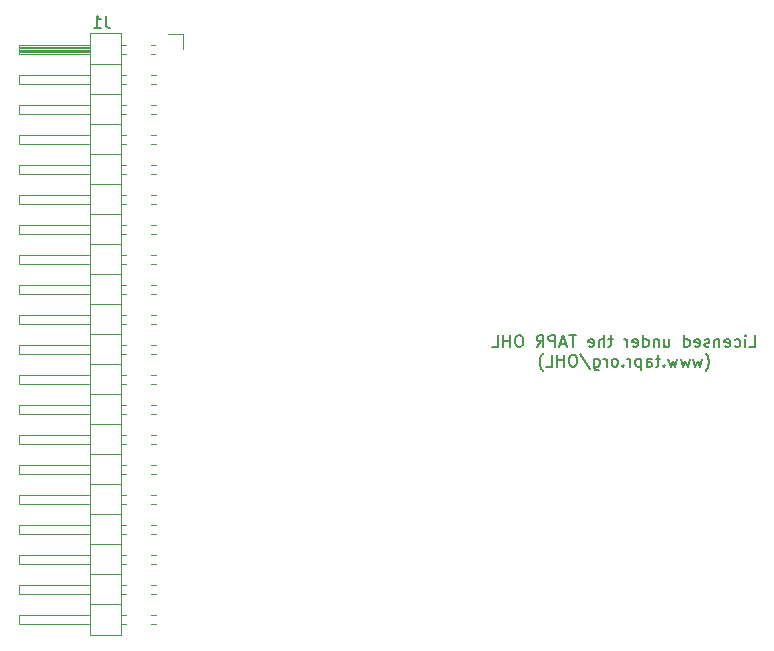
<source format=gbr>
G04 #@! TF.GenerationSoftware,KiCad,Pcbnew,(5.1.5-0-10_14)*
G04 #@! TF.CreationDate,2020-10-26T17:44:22+01:00*
G04 #@! TF.ProjectId,control,636f6e74-726f-46c2-9e6b-696361645f70,2*
G04 #@! TF.SameCoordinates,Original*
G04 #@! TF.FileFunction,Legend,Bot*
G04 #@! TF.FilePolarity,Positive*
%FSLAX46Y46*%
G04 Gerber Fmt 4.6, Leading zero omitted, Abs format (unit mm)*
G04 Created by KiCad (PCBNEW (5.1.5-0-10_14)) date 2020-10-26 17:44:22*
%MOMM*%
%LPD*%
G04 APERTURE LIST*
%ADD10C,0.150000*%
%ADD11C,0.120000*%
G04 APERTURE END LIST*
D10*
X160171428Y-87227380D02*
X160647619Y-87227380D01*
X160647619Y-86227380D01*
X159838095Y-87227380D02*
X159838095Y-86560714D01*
X159838095Y-86227380D02*
X159885714Y-86275000D01*
X159838095Y-86322619D01*
X159790476Y-86275000D01*
X159838095Y-86227380D01*
X159838095Y-86322619D01*
X158933333Y-87179761D02*
X159028571Y-87227380D01*
X159219047Y-87227380D01*
X159314285Y-87179761D01*
X159361904Y-87132142D01*
X159409523Y-87036904D01*
X159409523Y-86751190D01*
X159361904Y-86655952D01*
X159314285Y-86608333D01*
X159219047Y-86560714D01*
X159028571Y-86560714D01*
X158933333Y-86608333D01*
X158123809Y-87179761D02*
X158219047Y-87227380D01*
X158409523Y-87227380D01*
X158504761Y-87179761D01*
X158552380Y-87084523D01*
X158552380Y-86703571D01*
X158504761Y-86608333D01*
X158409523Y-86560714D01*
X158219047Y-86560714D01*
X158123809Y-86608333D01*
X158076190Y-86703571D01*
X158076190Y-86798809D01*
X158552380Y-86894047D01*
X157647619Y-86560714D02*
X157647619Y-87227380D01*
X157647619Y-86655952D02*
X157600000Y-86608333D01*
X157504761Y-86560714D01*
X157361904Y-86560714D01*
X157266666Y-86608333D01*
X157219047Y-86703571D01*
X157219047Y-87227380D01*
X156790476Y-87179761D02*
X156695238Y-87227380D01*
X156504761Y-87227380D01*
X156409523Y-87179761D01*
X156361904Y-87084523D01*
X156361904Y-87036904D01*
X156409523Y-86941666D01*
X156504761Y-86894047D01*
X156647619Y-86894047D01*
X156742857Y-86846428D01*
X156790476Y-86751190D01*
X156790476Y-86703571D01*
X156742857Y-86608333D01*
X156647619Y-86560714D01*
X156504761Y-86560714D01*
X156409523Y-86608333D01*
X155552380Y-87179761D02*
X155647619Y-87227380D01*
X155838095Y-87227380D01*
X155933333Y-87179761D01*
X155980952Y-87084523D01*
X155980952Y-86703571D01*
X155933333Y-86608333D01*
X155838095Y-86560714D01*
X155647619Y-86560714D01*
X155552380Y-86608333D01*
X155504761Y-86703571D01*
X155504761Y-86798809D01*
X155980952Y-86894047D01*
X154647619Y-87227380D02*
X154647619Y-86227380D01*
X154647619Y-87179761D02*
X154742857Y-87227380D01*
X154933333Y-87227380D01*
X155028571Y-87179761D01*
X155076190Y-87132142D01*
X155123809Y-87036904D01*
X155123809Y-86751190D01*
X155076190Y-86655952D01*
X155028571Y-86608333D01*
X154933333Y-86560714D01*
X154742857Y-86560714D01*
X154647619Y-86608333D01*
X152980952Y-86560714D02*
X152980952Y-87227380D01*
X153409523Y-86560714D02*
X153409523Y-87084523D01*
X153361904Y-87179761D01*
X153266666Y-87227380D01*
X153123809Y-87227380D01*
X153028571Y-87179761D01*
X152980952Y-87132142D01*
X152504761Y-86560714D02*
X152504761Y-87227380D01*
X152504761Y-86655952D02*
X152457142Y-86608333D01*
X152361904Y-86560714D01*
X152219047Y-86560714D01*
X152123809Y-86608333D01*
X152076190Y-86703571D01*
X152076190Y-87227380D01*
X151171428Y-87227380D02*
X151171428Y-86227380D01*
X151171428Y-87179761D02*
X151266666Y-87227380D01*
X151457142Y-87227380D01*
X151552380Y-87179761D01*
X151600000Y-87132142D01*
X151647619Y-87036904D01*
X151647619Y-86751190D01*
X151600000Y-86655952D01*
X151552380Y-86608333D01*
X151457142Y-86560714D01*
X151266666Y-86560714D01*
X151171428Y-86608333D01*
X150314285Y-87179761D02*
X150409523Y-87227380D01*
X150600000Y-87227380D01*
X150695238Y-87179761D01*
X150742857Y-87084523D01*
X150742857Y-86703571D01*
X150695238Y-86608333D01*
X150600000Y-86560714D01*
X150409523Y-86560714D01*
X150314285Y-86608333D01*
X150266666Y-86703571D01*
X150266666Y-86798809D01*
X150742857Y-86894047D01*
X149838095Y-87227380D02*
X149838095Y-86560714D01*
X149838095Y-86751190D02*
X149790476Y-86655952D01*
X149742857Y-86608333D01*
X149647619Y-86560714D01*
X149552380Y-86560714D01*
X148600000Y-86560714D02*
X148219047Y-86560714D01*
X148457142Y-86227380D02*
X148457142Y-87084523D01*
X148409523Y-87179761D01*
X148314285Y-87227380D01*
X148219047Y-87227380D01*
X147885714Y-87227380D02*
X147885714Y-86227380D01*
X147457142Y-87227380D02*
X147457142Y-86703571D01*
X147504761Y-86608333D01*
X147600000Y-86560714D01*
X147742857Y-86560714D01*
X147838095Y-86608333D01*
X147885714Y-86655952D01*
X146600000Y-87179761D02*
X146695238Y-87227380D01*
X146885714Y-87227380D01*
X146980952Y-87179761D01*
X147028571Y-87084523D01*
X147028571Y-86703571D01*
X146980952Y-86608333D01*
X146885714Y-86560714D01*
X146695238Y-86560714D01*
X146600000Y-86608333D01*
X146552380Y-86703571D01*
X146552380Y-86798809D01*
X147028571Y-86894047D01*
X145504761Y-86227380D02*
X144933333Y-86227380D01*
X145219047Y-87227380D02*
X145219047Y-86227380D01*
X144647619Y-86941666D02*
X144171428Y-86941666D01*
X144742857Y-87227380D02*
X144409523Y-86227380D01*
X144076190Y-87227380D01*
X143742857Y-87227380D02*
X143742857Y-86227380D01*
X143361904Y-86227380D01*
X143266666Y-86275000D01*
X143219047Y-86322619D01*
X143171428Y-86417857D01*
X143171428Y-86560714D01*
X143219047Y-86655952D01*
X143266666Y-86703571D01*
X143361904Y-86751190D01*
X143742857Y-86751190D01*
X142171428Y-87227380D02*
X142504761Y-86751190D01*
X142742857Y-87227380D02*
X142742857Y-86227380D01*
X142361904Y-86227380D01*
X142266666Y-86275000D01*
X142219047Y-86322619D01*
X142171428Y-86417857D01*
X142171428Y-86560714D01*
X142219047Y-86655952D01*
X142266666Y-86703571D01*
X142361904Y-86751190D01*
X142742857Y-86751190D01*
X140790476Y-86227380D02*
X140600000Y-86227380D01*
X140504761Y-86275000D01*
X140409523Y-86370238D01*
X140361904Y-86560714D01*
X140361904Y-86894047D01*
X140409523Y-87084523D01*
X140504761Y-87179761D01*
X140600000Y-87227380D01*
X140790476Y-87227380D01*
X140885714Y-87179761D01*
X140980952Y-87084523D01*
X141028571Y-86894047D01*
X141028571Y-86560714D01*
X140980952Y-86370238D01*
X140885714Y-86275000D01*
X140790476Y-86227380D01*
X139933333Y-87227380D02*
X139933333Y-86227380D01*
X139933333Y-86703571D02*
X139361904Y-86703571D01*
X139361904Y-87227380D02*
X139361904Y-86227380D01*
X138409523Y-87227380D02*
X138885714Y-87227380D01*
X138885714Y-86227380D01*
X156480952Y-89258333D02*
X156528571Y-89210714D01*
X156623809Y-89067857D01*
X156671428Y-88972619D01*
X156719047Y-88829761D01*
X156766666Y-88591666D01*
X156766666Y-88401190D01*
X156719047Y-88163095D01*
X156671428Y-88020238D01*
X156623809Y-87925000D01*
X156528571Y-87782142D01*
X156480952Y-87734523D01*
X156195238Y-88210714D02*
X156004761Y-88877380D01*
X155814285Y-88401190D01*
X155623809Y-88877380D01*
X155433333Y-88210714D01*
X155147619Y-88210714D02*
X154957142Y-88877380D01*
X154766666Y-88401190D01*
X154576190Y-88877380D01*
X154385714Y-88210714D01*
X154100000Y-88210714D02*
X153909523Y-88877380D01*
X153719047Y-88401190D01*
X153528571Y-88877380D01*
X153338095Y-88210714D01*
X152957142Y-88782142D02*
X152909523Y-88829761D01*
X152957142Y-88877380D01*
X153004761Y-88829761D01*
X152957142Y-88782142D01*
X152957142Y-88877380D01*
X152623809Y-88210714D02*
X152242857Y-88210714D01*
X152480952Y-87877380D02*
X152480952Y-88734523D01*
X152433333Y-88829761D01*
X152338095Y-88877380D01*
X152242857Y-88877380D01*
X151480952Y-88877380D02*
X151480952Y-88353571D01*
X151528571Y-88258333D01*
X151623809Y-88210714D01*
X151814285Y-88210714D01*
X151909523Y-88258333D01*
X151480952Y-88829761D02*
X151576190Y-88877380D01*
X151814285Y-88877380D01*
X151909523Y-88829761D01*
X151957142Y-88734523D01*
X151957142Y-88639285D01*
X151909523Y-88544047D01*
X151814285Y-88496428D01*
X151576190Y-88496428D01*
X151480952Y-88448809D01*
X151004761Y-88210714D02*
X151004761Y-89210714D01*
X151004761Y-88258333D02*
X150909523Y-88210714D01*
X150719047Y-88210714D01*
X150623809Y-88258333D01*
X150576190Y-88305952D01*
X150528571Y-88401190D01*
X150528571Y-88686904D01*
X150576190Y-88782142D01*
X150623809Y-88829761D01*
X150719047Y-88877380D01*
X150909523Y-88877380D01*
X151004761Y-88829761D01*
X150100000Y-88877380D02*
X150100000Y-88210714D01*
X150100000Y-88401190D02*
X150052380Y-88305952D01*
X150004761Y-88258333D01*
X149909523Y-88210714D01*
X149814285Y-88210714D01*
X149480952Y-88782142D02*
X149433333Y-88829761D01*
X149480952Y-88877380D01*
X149528571Y-88829761D01*
X149480952Y-88782142D01*
X149480952Y-88877380D01*
X148861904Y-88877380D02*
X148957142Y-88829761D01*
X149004761Y-88782142D01*
X149052380Y-88686904D01*
X149052380Y-88401190D01*
X149004761Y-88305952D01*
X148957142Y-88258333D01*
X148861904Y-88210714D01*
X148719047Y-88210714D01*
X148623809Y-88258333D01*
X148576190Y-88305952D01*
X148528571Y-88401190D01*
X148528571Y-88686904D01*
X148576190Y-88782142D01*
X148623809Y-88829761D01*
X148719047Y-88877380D01*
X148861904Y-88877380D01*
X148100000Y-88877380D02*
X148100000Y-88210714D01*
X148100000Y-88401190D02*
X148052380Y-88305952D01*
X148004761Y-88258333D01*
X147909523Y-88210714D01*
X147814285Y-88210714D01*
X147052380Y-88210714D02*
X147052380Y-89020238D01*
X147100000Y-89115476D01*
X147147619Y-89163095D01*
X147242857Y-89210714D01*
X147385714Y-89210714D01*
X147480952Y-89163095D01*
X147052380Y-88829761D02*
X147147619Y-88877380D01*
X147338095Y-88877380D01*
X147433333Y-88829761D01*
X147480952Y-88782142D01*
X147528571Y-88686904D01*
X147528571Y-88401190D01*
X147480952Y-88305952D01*
X147433333Y-88258333D01*
X147338095Y-88210714D01*
X147147619Y-88210714D01*
X147052380Y-88258333D01*
X145861904Y-87829761D02*
X146719047Y-89115476D01*
X145338095Y-87877380D02*
X145147619Y-87877380D01*
X145052380Y-87925000D01*
X144957142Y-88020238D01*
X144909523Y-88210714D01*
X144909523Y-88544047D01*
X144957142Y-88734523D01*
X145052380Y-88829761D01*
X145147619Y-88877380D01*
X145338095Y-88877380D01*
X145433333Y-88829761D01*
X145528571Y-88734523D01*
X145576190Y-88544047D01*
X145576190Y-88210714D01*
X145528571Y-88020238D01*
X145433333Y-87925000D01*
X145338095Y-87877380D01*
X144480952Y-88877380D02*
X144480952Y-87877380D01*
X144480952Y-88353571D02*
X143909523Y-88353571D01*
X143909523Y-88877380D02*
X143909523Y-87877380D01*
X142957142Y-88877380D02*
X143433333Y-88877380D01*
X143433333Y-87877380D01*
X142719047Y-89258333D02*
X142671428Y-89210714D01*
X142576190Y-89067857D01*
X142528571Y-88972619D01*
X142480952Y-88829761D01*
X142433333Y-88591666D01*
X142433333Y-88401190D01*
X142480952Y-88163095D01*
X142528571Y-88020238D01*
X142576190Y-87925000D01*
X142671428Y-87782142D01*
X142719047Y-87734523D01*
D11*
X107020000Y-60670000D02*
X107020000Y-111590000D01*
X107020000Y-111590000D02*
X104360000Y-111590000D01*
X104360000Y-111590000D02*
X104360000Y-60670000D01*
X104360000Y-60670000D02*
X107020000Y-60670000D01*
X104360000Y-61620000D02*
X98360000Y-61620000D01*
X98360000Y-61620000D02*
X98360000Y-62380000D01*
X98360000Y-62380000D02*
X104360000Y-62380000D01*
X104360000Y-61680000D02*
X98360000Y-61680000D01*
X104360000Y-61800000D02*
X98360000Y-61800000D01*
X104360000Y-61920000D02*
X98360000Y-61920000D01*
X104360000Y-62040000D02*
X98360000Y-62040000D01*
X104360000Y-62160000D02*
X98360000Y-62160000D01*
X104360000Y-62280000D02*
X98360000Y-62280000D01*
X107417071Y-61620000D02*
X107020000Y-61620000D01*
X107417071Y-62380000D02*
X107020000Y-62380000D01*
X109890000Y-61620000D02*
X109502929Y-61620000D01*
X109890000Y-62380000D02*
X109502929Y-62380000D01*
X107020000Y-63270000D02*
X104360000Y-63270000D01*
X104360000Y-64160000D02*
X98360000Y-64160000D01*
X98360000Y-64160000D02*
X98360000Y-64920000D01*
X98360000Y-64920000D02*
X104360000Y-64920000D01*
X107417071Y-64160000D02*
X107020000Y-64160000D01*
X107417071Y-64920000D02*
X107020000Y-64920000D01*
X109957071Y-64160000D02*
X109502929Y-64160000D01*
X109957071Y-64920000D02*
X109502929Y-64920000D01*
X107020000Y-65810000D02*
X104360000Y-65810000D01*
X104360000Y-66700000D02*
X98360000Y-66700000D01*
X98360000Y-66700000D02*
X98360000Y-67460000D01*
X98360000Y-67460000D02*
X104360000Y-67460000D01*
X107417071Y-66700000D02*
X107020000Y-66700000D01*
X107417071Y-67460000D02*
X107020000Y-67460000D01*
X109957071Y-66700000D02*
X109502929Y-66700000D01*
X109957071Y-67460000D02*
X109502929Y-67460000D01*
X107020000Y-68350000D02*
X104360000Y-68350000D01*
X104360000Y-69240000D02*
X98360000Y-69240000D01*
X98360000Y-69240000D02*
X98360000Y-70000000D01*
X98360000Y-70000000D02*
X104360000Y-70000000D01*
X107417071Y-69240000D02*
X107020000Y-69240000D01*
X107417071Y-70000000D02*
X107020000Y-70000000D01*
X109957071Y-69240000D02*
X109502929Y-69240000D01*
X109957071Y-70000000D02*
X109502929Y-70000000D01*
X107020000Y-70890000D02*
X104360000Y-70890000D01*
X104360000Y-71780000D02*
X98360000Y-71780000D01*
X98360000Y-71780000D02*
X98360000Y-72540000D01*
X98360000Y-72540000D02*
X104360000Y-72540000D01*
X107417071Y-71780000D02*
X107020000Y-71780000D01*
X107417071Y-72540000D02*
X107020000Y-72540000D01*
X109957071Y-71780000D02*
X109502929Y-71780000D01*
X109957071Y-72540000D02*
X109502929Y-72540000D01*
X107020000Y-73430000D02*
X104360000Y-73430000D01*
X104360000Y-74320000D02*
X98360000Y-74320000D01*
X98360000Y-74320000D02*
X98360000Y-75080000D01*
X98360000Y-75080000D02*
X104360000Y-75080000D01*
X107417071Y-74320000D02*
X107020000Y-74320000D01*
X107417071Y-75080000D02*
X107020000Y-75080000D01*
X109957071Y-74320000D02*
X109502929Y-74320000D01*
X109957071Y-75080000D02*
X109502929Y-75080000D01*
X107020000Y-75970000D02*
X104360000Y-75970000D01*
X104360000Y-76860000D02*
X98360000Y-76860000D01*
X98360000Y-76860000D02*
X98360000Y-77620000D01*
X98360000Y-77620000D02*
X104360000Y-77620000D01*
X107417071Y-76860000D02*
X107020000Y-76860000D01*
X107417071Y-77620000D02*
X107020000Y-77620000D01*
X109957071Y-76860000D02*
X109502929Y-76860000D01*
X109957071Y-77620000D02*
X109502929Y-77620000D01*
X107020000Y-78510000D02*
X104360000Y-78510000D01*
X104360000Y-79400000D02*
X98360000Y-79400000D01*
X98360000Y-79400000D02*
X98360000Y-80160000D01*
X98360000Y-80160000D02*
X104360000Y-80160000D01*
X107417071Y-79400000D02*
X107020000Y-79400000D01*
X107417071Y-80160000D02*
X107020000Y-80160000D01*
X109957071Y-79400000D02*
X109502929Y-79400000D01*
X109957071Y-80160000D02*
X109502929Y-80160000D01*
X107020000Y-81050000D02*
X104360000Y-81050000D01*
X104360000Y-81940000D02*
X98360000Y-81940000D01*
X98360000Y-81940000D02*
X98360000Y-82700000D01*
X98360000Y-82700000D02*
X104360000Y-82700000D01*
X107417071Y-81940000D02*
X107020000Y-81940000D01*
X107417071Y-82700000D02*
X107020000Y-82700000D01*
X109957071Y-81940000D02*
X109502929Y-81940000D01*
X109957071Y-82700000D02*
X109502929Y-82700000D01*
X107020000Y-83590000D02*
X104360000Y-83590000D01*
X104360000Y-84480000D02*
X98360000Y-84480000D01*
X98360000Y-84480000D02*
X98360000Y-85240000D01*
X98360000Y-85240000D02*
X104360000Y-85240000D01*
X107417071Y-84480000D02*
X107020000Y-84480000D01*
X107417071Y-85240000D02*
X107020000Y-85240000D01*
X109957071Y-84480000D02*
X109502929Y-84480000D01*
X109957071Y-85240000D02*
X109502929Y-85240000D01*
X107020000Y-86130000D02*
X104360000Y-86130000D01*
X104360000Y-87020000D02*
X98360000Y-87020000D01*
X98360000Y-87020000D02*
X98360000Y-87780000D01*
X98360000Y-87780000D02*
X104360000Y-87780000D01*
X107417071Y-87020000D02*
X107020000Y-87020000D01*
X107417071Y-87780000D02*
X107020000Y-87780000D01*
X109957071Y-87020000D02*
X109502929Y-87020000D01*
X109957071Y-87780000D02*
X109502929Y-87780000D01*
X107020000Y-88670000D02*
X104360000Y-88670000D01*
X104360000Y-89560000D02*
X98360000Y-89560000D01*
X98360000Y-89560000D02*
X98360000Y-90320000D01*
X98360000Y-90320000D02*
X104360000Y-90320000D01*
X107417071Y-89560000D02*
X107020000Y-89560000D01*
X107417071Y-90320000D02*
X107020000Y-90320000D01*
X109957071Y-89560000D02*
X109502929Y-89560000D01*
X109957071Y-90320000D02*
X109502929Y-90320000D01*
X107020000Y-91210000D02*
X104360000Y-91210000D01*
X104360000Y-92100000D02*
X98360000Y-92100000D01*
X98360000Y-92100000D02*
X98360000Y-92860000D01*
X98360000Y-92860000D02*
X104360000Y-92860000D01*
X107417071Y-92100000D02*
X107020000Y-92100000D01*
X107417071Y-92860000D02*
X107020000Y-92860000D01*
X109957071Y-92100000D02*
X109502929Y-92100000D01*
X109957071Y-92860000D02*
X109502929Y-92860000D01*
X107020000Y-93750000D02*
X104360000Y-93750000D01*
X104360000Y-94640000D02*
X98360000Y-94640000D01*
X98360000Y-94640000D02*
X98360000Y-95400000D01*
X98360000Y-95400000D02*
X104360000Y-95400000D01*
X107417071Y-94640000D02*
X107020000Y-94640000D01*
X107417071Y-95400000D02*
X107020000Y-95400000D01*
X109957071Y-94640000D02*
X109502929Y-94640000D01*
X109957071Y-95400000D02*
X109502929Y-95400000D01*
X107020000Y-96290000D02*
X104360000Y-96290000D01*
X104360000Y-97180000D02*
X98360000Y-97180000D01*
X98360000Y-97180000D02*
X98360000Y-97940000D01*
X98360000Y-97940000D02*
X104360000Y-97940000D01*
X107417071Y-97180000D02*
X107020000Y-97180000D01*
X107417071Y-97940000D02*
X107020000Y-97940000D01*
X109957071Y-97180000D02*
X109502929Y-97180000D01*
X109957071Y-97940000D02*
X109502929Y-97940000D01*
X107020000Y-98830000D02*
X104360000Y-98830000D01*
X104360000Y-99720000D02*
X98360000Y-99720000D01*
X98360000Y-99720000D02*
X98360000Y-100480000D01*
X98360000Y-100480000D02*
X104360000Y-100480000D01*
X107417071Y-99720000D02*
X107020000Y-99720000D01*
X107417071Y-100480000D02*
X107020000Y-100480000D01*
X109957071Y-99720000D02*
X109502929Y-99720000D01*
X109957071Y-100480000D02*
X109502929Y-100480000D01*
X107020000Y-101370000D02*
X104360000Y-101370000D01*
X104360000Y-102260000D02*
X98360000Y-102260000D01*
X98360000Y-102260000D02*
X98360000Y-103020000D01*
X98360000Y-103020000D02*
X104360000Y-103020000D01*
X107417071Y-102260000D02*
X107020000Y-102260000D01*
X107417071Y-103020000D02*
X107020000Y-103020000D01*
X109957071Y-102260000D02*
X109502929Y-102260000D01*
X109957071Y-103020000D02*
X109502929Y-103020000D01*
X107020000Y-103910000D02*
X104360000Y-103910000D01*
X104360000Y-104800000D02*
X98360000Y-104800000D01*
X98360000Y-104800000D02*
X98360000Y-105560000D01*
X98360000Y-105560000D02*
X104360000Y-105560000D01*
X107417071Y-104800000D02*
X107020000Y-104800000D01*
X107417071Y-105560000D02*
X107020000Y-105560000D01*
X109957071Y-104800000D02*
X109502929Y-104800000D01*
X109957071Y-105560000D02*
X109502929Y-105560000D01*
X107020000Y-106450000D02*
X104360000Y-106450000D01*
X104360000Y-107340000D02*
X98360000Y-107340000D01*
X98360000Y-107340000D02*
X98360000Y-108100000D01*
X98360000Y-108100000D02*
X104360000Y-108100000D01*
X107417071Y-107340000D02*
X107020000Y-107340000D01*
X107417071Y-108100000D02*
X107020000Y-108100000D01*
X109957071Y-107340000D02*
X109502929Y-107340000D01*
X109957071Y-108100000D02*
X109502929Y-108100000D01*
X107020000Y-108990000D02*
X104360000Y-108990000D01*
X104360000Y-109880000D02*
X98360000Y-109880000D01*
X98360000Y-109880000D02*
X98360000Y-110640000D01*
X98360000Y-110640000D02*
X104360000Y-110640000D01*
X107417071Y-109880000D02*
X107020000Y-109880000D01*
X107417071Y-110640000D02*
X107020000Y-110640000D01*
X109957071Y-109880000D02*
X109502929Y-109880000D01*
X109957071Y-110640000D02*
X109502929Y-110640000D01*
X112270000Y-62000000D02*
X112270000Y-60730000D01*
X112270000Y-60730000D02*
X111000000Y-60730000D01*
D10*
X105678333Y-59182380D02*
X105678333Y-59896666D01*
X105725952Y-60039523D01*
X105821190Y-60134761D01*
X105964047Y-60182380D01*
X106059285Y-60182380D01*
X104678333Y-60182380D02*
X105249761Y-60182380D01*
X104964047Y-60182380D02*
X104964047Y-59182380D01*
X105059285Y-59325238D01*
X105154523Y-59420476D01*
X105249761Y-59468095D01*
M02*

</source>
